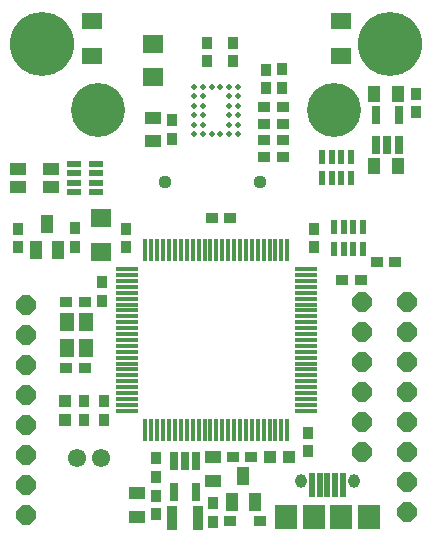
<source format=gts>
G04*
G04 #@! TF.GenerationSoftware,Altium Limited,Altium Designer,19.1.8 (144)*
G04*
G04 Layer_Color=8388736*
%FSLAX25Y25*%
%MOIN*%
G70*
G01*
G75*
%ADD45R,0.02075X0.08374*%
%ADD46R,0.07587X0.07980*%
%ADD47R,0.04240X0.04043*%
%ADD48R,0.03500X0.04240*%
%ADD49R,0.02075X0.04831*%
%ADD50R,0.02468X0.04831*%
%ADD51R,0.04240X0.03500*%
%ADD52R,0.05815X0.04437*%
%ADD53R,0.03500X0.04437*%
%ADD54R,0.04437X0.06012*%
%ADD55R,0.04437X0.03650*%
%ADD56O,0.01602X0.07587*%
%ADD57O,0.07587X0.01602*%
%ADD58R,0.04437X0.03500*%
%ADD59R,0.04437X0.05815*%
%ADD60R,0.02862X0.06012*%
G04:AMPARAMS|DCode=61|XSize=18.39mil|YSize=18.39mil|CornerRadius=9.2mil|HoleSize=0mil|Usage=FLASHONLY|Rotation=270.000|XOffset=0mil|YOffset=0mil|HoleType=Round|Shape=RoundedRectangle|*
%AMROUNDEDRECTD61*
21,1,0.01839,0.00000,0,0,270.0*
21,1,0.00000,0.01839,0,0,270.0*
1,1,0.01839,0.00000,0.00000*
1,1,0.01839,0.00000,0.00000*
1,1,0.01839,0.00000,0.00000*
1,1,0.01839,0.00000,0.00000*
%
%ADD61ROUNDEDRECTD61*%
%ADD62R,0.06799X0.06012*%
%ADD63R,0.06799X0.05224*%
%ADD64R,0.03650X0.08374*%
%ADD65R,0.04043X0.04240*%
%ADD66R,0.05028X0.06012*%
%ADD67R,0.04831X0.02075*%
%ADD68R,0.04831X0.02468*%
%ADD69R,0.05224X0.04240*%
%ADD70O,0.02862X0.05618*%
%ADD71O,0.03847X0.04634*%
%ADD72P,0.07036X8X22.5*%
%ADD73C,0.06100*%
%ADD74C,0.18000*%
%ADD75C,0.21366*%
%ADD76C,0.04437*%
D45*
X107000Y16110D02*
D03*
X109559D02*
D03*
X112118D02*
D03*
X101882D02*
D03*
X104441D02*
D03*
D46*
X102472Y5579D02*
D03*
X111528D02*
D03*
X120780D02*
D03*
X93221D02*
D03*
D47*
X87949Y25500D02*
D03*
X94051D02*
D03*
D48*
X102500Y101551D02*
D03*
Y95449D02*
D03*
X100500Y27449D02*
D03*
Y33551D02*
D03*
X55300Y131598D02*
D03*
Y137700D02*
D03*
X136500Y146551D02*
D03*
Y140449D02*
D03*
X86500Y154602D02*
D03*
Y148500D02*
D03*
X75500Y163551D02*
D03*
Y157449D02*
D03*
X67000Y163602D02*
D03*
Y157500D02*
D03*
X32500Y37949D02*
D03*
Y44051D02*
D03*
X26000Y37949D02*
D03*
Y44051D02*
D03*
X31800Y83702D02*
D03*
Y77600D02*
D03*
X40000Y101551D02*
D03*
Y95449D02*
D03*
D49*
X112425Y102043D02*
D03*
Y94957D02*
D03*
X115575D02*
D03*
Y102043D02*
D03*
X108425Y125543D02*
D03*
Y118457D02*
D03*
X111575D02*
D03*
Y125543D02*
D03*
D50*
X109276Y94957D02*
D03*
X118724D02*
D03*
Y102043D02*
D03*
X109276D02*
D03*
X105276Y118457D02*
D03*
X114724D02*
D03*
Y125543D02*
D03*
X105276D02*
D03*
D51*
X129551Y90500D02*
D03*
X123449D02*
D03*
X118051Y84500D02*
D03*
X111949D02*
D03*
X75449Y25500D02*
D03*
X81551D02*
D03*
X68449Y105000D02*
D03*
X74551D02*
D03*
X92102Y142000D02*
D03*
X86000D02*
D03*
X26051Y55000D02*
D03*
X19949D02*
D03*
Y77000D02*
D03*
X26051D02*
D03*
D52*
X69000Y17563D02*
D03*
Y25437D02*
D03*
X48800Y138637D02*
D03*
Y130763D02*
D03*
X43500Y13437D02*
D03*
Y5563D02*
D03*
D53*
X50000Y6350D02*
D03*
Y12650D02*
D03*
X92000Y154799D02*
D03*
Y148500D02*
D03*
X69000Y3850D02*
D03*
Y10150D02*
D03*
X50000Y18850D02*
D03*
Y25150D02*
D03*
X22900Y95400D02*
D03*
Y101699D02*
D03*
X4000Y95350D02*
D03*
Y101650D02*
D03*
D54*
X75260Y10366D02*
D03*
X82740D02*
D03*
X79000Y19028D02*
D03*
X9760Y94366D02*
D03*
X17240D02*
D03*
X13500Y103028D02*
D03*
D55*
X74579Y4000D02*
D03*
X84421D02*
D03*
D56*
X46378Y94421D02*
D03*
X48346D02*
D03*
X50315D02*
D03*
X52284D02*
D03*
X54252D02*
D03*
X56221D02*
D03*
X58189D02*
D03*
X60158D02*
D03*
X62126D02*
D03*
X64095D02*
D03*
X66063D02*
D03*
X68032D02*
D03*
X70000D02*
D03*
X71969D02*
D03*
X73937D02*
D03*
X75906D02*
D03*
X77874D02*
D03*
X79843D02*
D03*
X81811D02*
D03*
X83780D02*
D03*
X85748D02*
D03*
X87717D02*
D03*
X89685D02*
D03*
X91654D02*
D03*
X93622D02*
D03*
Y34579D02*
D03*
X91654D02*
D03*
X89685D02*
D03*
X87717D02*
D03*
X85748D02*
D03*
X83780D02*
D03*
X81811D02*
D03*
X79843D02*
D03*
X77874D02*
D03*
X75906D02*
D03*
X73937D02*
D03*
X71969D02*
D03*
X70000D02*
D03*
X68032D02*
D03*
X66063D02*
D03*
X64095D02*
D03*
X62126D02*
D03*
X60158D02*
D03*
X58189D02*
D03*
X56221D02*
D03*
X54252D02*
D03*
X52284D02*
D03*
X50315D02*
D03*
X48346D02*
D03*
X46378D02*
D03*
D57*
X99921Y88122D02*
D03*
Y86154D02*
D03*
Y84185D02*
D03*
Y82217D02*
D03*
Y80248D02*
D03*
Y78280D02*
D03*
Y76311D02*
D03*
Y74343D02*
D03*
Y72374D02*
D03*
Y70406D02*
D03*
Y68437D02*
D03*
Y66469D02*
D03*
Y64500D02*
D03*
Y62532D02*
D03*
Y60563D02*
D03*
Y58595D02*
D03*
Y56626D02*
D03*
Y54658D02*
D03*
Y52689D02*
D03*
Y50721D02*
D03*
Y48752D02*
D03*
Y46784D02*
D03*
Y44815D02*
D03*
Y42847D02*
D03*
Y40878D02*
D03*
X40079D02*
D03*
Y42847D02*
D03*
Y44815D02*
D03*
Y46784D02*
D03*
Y48752D02*
D03*
Y50721D02*
D03*
Y52689D02*
D03*
Y54658D02*
D03*
Y56626D02*
D03*
Y58595D02*
D03*
Y60563D02*
D03*
Y62532D02*
D03*
Y64500D02*
D03*
Y66469D02*
D03*
Y68437D02*
D03*
Y70406D02*
D03*
Y72374D02*
D03*
Y74343D02*
D03*
Y76311D02*
D03*
Y78280D02*
D03*
Y80248D02*
D03*
Y82217D02*
D03*
Y84185D02*
D03*
Y86154D02*
D03*
Y88122D02*
D03*
D58*
X86000Y136500D02*
D03*
X92299D02*
D03*
X86000Y131000D02*
D03*
X92299D02*
D03*
X86000Y125600D02*
D03*
X92299D02*
D03*
D59*
X130437Y122500D02*
D03*
X122563D02*
D03*
X130437Y146500D02*
D03*
X122563D02*
D03*
D60*
X123260Y139618D02*
D03*
X130740D02*
D03*
Y129382D02*
D03*
X127000D02*
D03*
X123260D02*
D03*
X63240Y13882D02*
D03*
X55760D02*
D03*
Y24118D02*
D03*
X59500D02*
D03*
X63240D02*
D03*
D61*
X77283Y148874D02*
D03*
Y145724D02*
D03*
Y142575D02*
D03*
Y139425D02*
D03*
Y136276D02*
D03*
Y133126D02*
D03*
X74331Y148874D02*
D03*
Y145724D02*
D03*
Y142575D02*
D03*
Y139425D02*
D03*
Y136276D02*
D03*
Y133126D02*
D03*
X71378Y148874D02*
D03*
X65472D02*
D03*
X62520D02*
D03*
X68425D02*
D03*
X62520Y145724D02*
D03*
Y142575D02*
D03*
Y139425D02*
D03*
Y136276D02*
D03*
X71378Y133126D02*
D03*
X68425D02*
D03*
X65472D02*
D03*
X62520D02*
D03*
X65472Y145724D02*
D03*
Y142575D02*
D03*
Y139425D02*
D03*
Y136276D02*
D03*
D62*
X49000Y152000D02*
D03*
Y163024D02*
D03*
X31500Y93988D02*
D03*
Y105012D02*
D03*
D63*
X111500Y159095D02*
D03*
Y170905D02*
D03*
X28500Y159095D02*
D03*
Y170905D02*
D03*
D64*
X63937Y5000D02*
D03*
X55063D02*
D03*
D65*
X19500Y37949D02*
D03*
Y44051D02*
D03*
D66*
X20252Y61768D02*
D03*
X26551Y70429D02*
D03*
X20252D02*
D03*
X26551Y61768D02*
D03*
D67*
X29793Y120075D02*
D03*
X22707D02*
D03*
Y116925D02*
D03*
X29793D02*
D03*
D68*
X22707Y123224D02*
D03*
Y113776D02*
D03*
X29793D02*
D03*
Y123224D02*
D03*
D69*
X3988Y115449D02*
D03*
Y121551D02*
D03*
X15012Y115449D02*
D03*
Y121551D02*
D03*
D70*
X122335Y5579D02*
D03*
X91665D02*
D03*
D71*
X115740Y17390D02*
D03*
X98260D02*
D03*
D72*
X133500Y7000D02*
D03*
Y17000D02*
D03*
Y27000D02*
D03*
Y37000D02*
D03*
Y47000D02*
D03*
Y57000D02*
D03*
Y67000D02*
D03*
Y77000D02*
D03*
X118500D02*
D03*
Y67000D02*
D03*
Y57000D02*
D03*
Y47000D02*
D03*
Y37000D02*
D03*
Y27000D02*
D03*
X6500Y6000D02*
D03*
Y16000D02*
D03*
Y26000D02*
D03*
Y36000D02*
D03*
Y46000D02*
D03*
Y56000D02*
D03*
Y66000D02*
D03*
Y76000D02*
D03*
D73*
X31437Y25000D02*
D03*
X23563D02*
D03*
D74*
X109370Y141000D02*
D03*
X30630D02*
D03*
D75*
X12000Y163000D02*
D03*
X128000D02*
D03*
D76*
X84508Y117157D02*
D03*
X53012D02*
D03*
M02*

</source>
